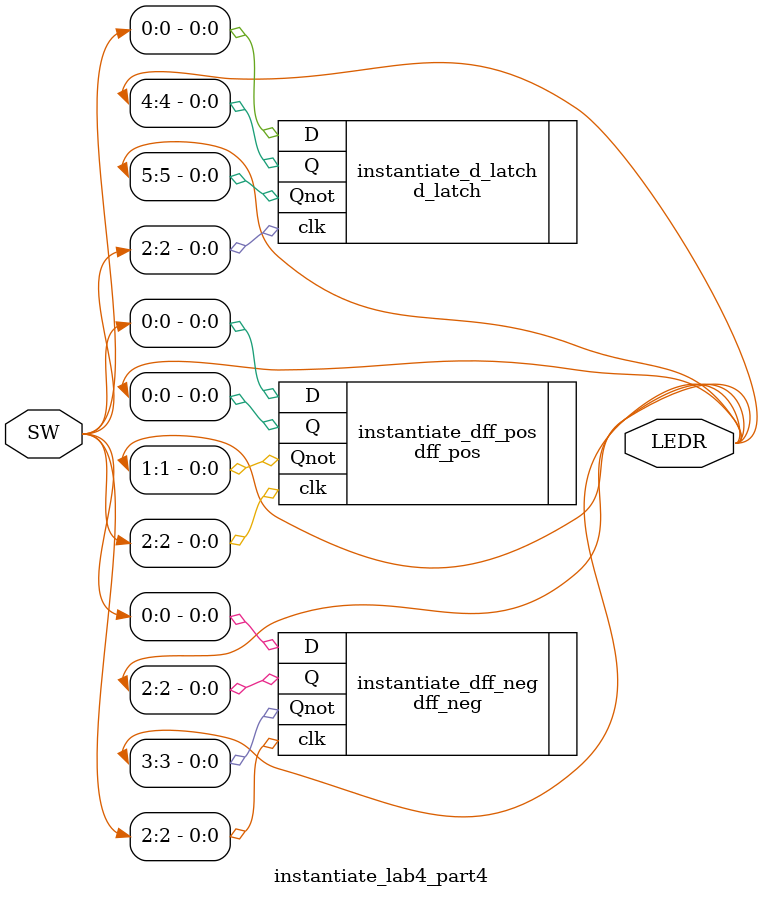
<source format=v>
module instantiate_lab4_part4(SW,LEDR);
 
	input[9:0] SW ;
	output [9:0] LEDR;

	// instantiate and connect all 3 flip flops
	// Use same inputs (same switches for D, clk to all instances)
	// Use 3 separate LED outputs
	
	dff_pos instantiate_dff_pos (.D(SW[0]), .clk(SW[2]), .Q(LEDR[0]), .Qnot(LEDR[1]));

	dff_neg instantiate_dff_neg (.D(SW[0]), .clk(SW[2]), .Q(LEDR[2]), .Qnot(LEDR[3]));
	
	d_latch instantiate_d_latch (.D(SW[0]), .clk(SW[2]), .Q(LEDR[4]), .Qnot(LEDR[5]));
	
endmodule
</source>
